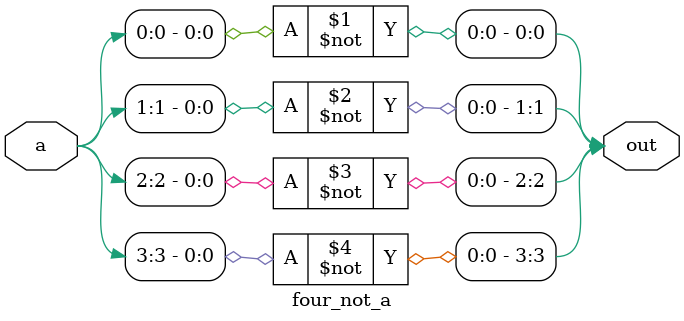
<source format=v>

`timescale 1ns / 1ps

module four_not_a(a, out);

input [3:0]a;
output [3:0]out;

not  zero(out[0], a[0]);
not one(out[1], a[1]);
not two(out[2], a[2]);
not three(out[3], a[3]);

endmodule
// When 0000 and 0000 at end, get 1111. Why?
</source>
